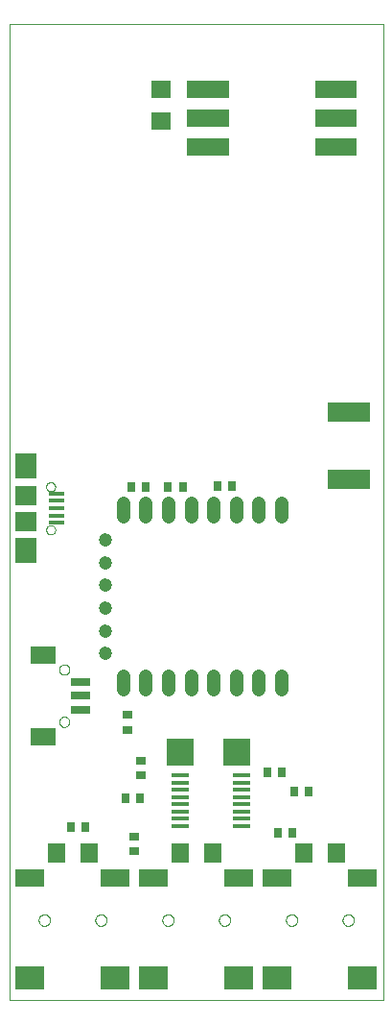
<source format=gtp>
G75*
%MOIN*%
%OFA0B0*%
%FSLAX25Y25*%
%IPPOS*%
%LPD*%
%AMOC8*
5,1,8,0,0,1.08239X$1,22.5*
%
%ADD10C,0.00000*%
%ADD11C,0.04700*%
%ADD12C,0.04700*%
%ADD13R,0.03543X0.02756*%
%ADD14R,0.07087X0.02756*%
%ADD15R,0.08661X0.06299*%
%ADD16R,0.14567X0.06693*%
%ADD17R,0.07480X0.09055*%
%ADD18R,0.05512X0.01575*%
%ADD19R,0.07480X0.07087*%
%ADD20R,0.09843X0.07874*%
%ADD21R,0.09843X0.05906*%
%ADD22R,0.06299X0.07098*%
%ADD23R,0.02756X0.03543*%
%ADD24R,0.05906X0.01772*%
%ADD25R,0.09449X0.09449*%
%ADD26R,0.07098X0.06299*%
D10*
X0006000Y0010849D02*
X0006000Y0349431D01*
X0135921Y0349431D01*
X0135921Y0010849D01*
X0006000Y0010849D01*
X0016188Y0038408D02*
X0016190Y0038496D01*
X0016196Y0038584D01*
X0016206Y0038672D01*
X0016220Y0038760D01*
X0016237Y0038846D01*
X0016259Y0038932D01*
X0016284Y0039016D01*
X0016314Y0039100D01*
X0016346Y0039182D01*
X0016383Y0039262D01*
X0016423Y0039341D01*
X0016467Y0039418D01*
X0016514Y0039493D01*
X0016564Y0039565D01*
X0016618Y0039636D01*
X0016674Y0039703D01*
X0016734Y0039769D01*
X0016796Y0039831D01*
X0016862Y0039891D01*
X0016929Y0039947D01*
X0017000Y0040001D01*
X0017072Y0040051D01*
X0017147Y0040098D01*
X0017224Y0040142D01*
X0017303Y0040182D01*
X0017383Y0040219D01*
X0017465Y0040251D01*
X0017549Y0040281D01*
X0017633Y0040306D01*
X0017719Y0040328D01*
X0017805Y0040345D01*
X0017893Y0040359D01*
X0017981Y0040369D01*
X0018069Y0040375D01*
X0018157Y0040377D01*
X0018245Y0040375D01*
X0018333Y0040369D01*
X0018421Y0040359D01*
X0018509Y0040345D01*
X0018595Y0040328D01*
X0018681Y0040306D01*
X0018765Y0040281D01*
X0018849Y0040251D01*
X0018931Y0040219D01*
X0019011Y0040182D01*
X0019090Y0040142D01*
X0019167Y0040098D01*
X0019242Y0040051D01*
X0019314Y0040001D01*
X0019385Y0039947D01*
X0019452Y0039891D01*
X0019518Y0039831D01*
X0019580Y0039769D01*
X0019640Y0039703D01*
X0019696Y0039636D01*
X0019750Y0039565D01*
X0019800Y0039493D01*
X0019847Y0039418D01*
X0019891Y0039341D01*
X0019931Y0039262D01*
X0019968Y0039182D01*
X0020000Y0039100D01*
X0020030Y0039016D01*
X0020055Y0038932D01*
X0020077Y0038846D01*
X0020094Y0038760D01*
X0020108Y0038672D01*
X0020118Y0038584D01*
X0020124Y0038496D01*
X0020126Y0038408D01*
X0020124Y0038320D01*
X0020118Y0038232D01*
X0020108Y0038144D01*
X0020094Y0038056D01*
X0020077Y0037970D01*
X0020055Y0037884D01*
X0020030Y0037800D01*
X0020000Y0037716D01*
X0019968Y0037634D01*
X0019931Y0037554D01*
X0019891Y0037475D01*
X0019847Y0037398D01*
X0019800Y0037323D01*
X0019750Y0037251D01*
X0019696Y0037180D01*
X0019640Y0037113D01*
X0019580Y0037047D01*
X0019518Y0036985D01*
X0019452Y0036925D01*
X0019385Y0036869D01*
X0019314Y0036815D01*
X0019242Y0036765D01*
X0019167Y0036718D01*
X0019090Y0036674D01*
X0019011Y0036634D01*
X0018931Y0036597D01*
X0018849Y0036565D01*
X0018765Y0036535D01*
X0018681Y0036510D01*
X0018595Y0036488D01*
X0018509Y0036471D01*
X0018421Y0036457D01*
X0018333Y0036447D01*
X0018245Y0036441D01*
X0018157Y0036439D01*
X0018069Y0036441D01*
X0017981Y0036447D01*
X0017893Y0036457D01*
X0017805Y0036471D01*
X0017719Y0036488D01*
X0017633Y0036510D01*
X0017549Y0036535D01*
X0017465Y0036565D01*
X0017383Y0036597D01*
X0017303Y0036634D01*
X0017224Y0036674D01*
X0017147Y0036718D01*
X0017072Y0036765D01*
X0017000Y0036815D01*
X0016929Y0036869D01*
X0016862Y0036925D01*
X0016796Y0036985D01*
X0016734Y0037047D01*
X0016674Y0037113D01*
X0016618Y0037180D01*
X0016564Y0037251D01*
X0016514Y0037323D01*
X0016467Y0037398D01*
X0016423Y0037475D01*
X0016383Y0037554D01*
X0016346Y0037634D01*
X0016314Y0037716D01*
X0016284Y0037800D01*
X0016259Y0037884D01*
X0016237Y0037970D01*
X0016220Y0038056D01*
X0016206Y0038144D01*
X0016196Y0038232D01*
X0016190Y0038320D01*
X0016188Y0038408D01*
X0035874Y0038408D02*
X0035876Y0038496D01*
X0035882Y0038584D01*
X0035892Y0038672D01*
X0035906Y0038760D01*
X0035923Y0038846D01*
X0035945Y0038932D01*
X0035970Y0039016D01*
X0036000Y0039100D01*
X0036032Y0039182D01*
X0036069Y0039262D01*
X0036109Y0039341D01*
X0036153Y0039418D01*
X0036200Y0039493D01*
X0036250Y0039565D01*
X0036304Y0039636D01*
X0036360Y0039703D01*
X0036420Y0039769D01*
X0036482Y0039831D01*
X0036548Y0039891D01*
X0036615Y0039947D01*
X0036686Y0040001D01*
X0036758Y0040051D01*
X0036833Y0040098D01*
X0036910Y0040142D01*
X0036989Y0040182D01*
X0037069Y0040219D01*
X0037151Y0040251D01*
X0037235Y0040281D01*
X0037319Y0040306D01*
X0037405Y0040328D01*
X0037491Y0040345D01*
X0037579Y0040359D01*
X0037667Y0040369D01*
X0037755Y0040375D01*
X0037843Y0040377D01*
X0037931Y0040375D01*
X0038019Y0040369D01*
X0038107Y0040359D01*
X0038195Y0040345D01*
X0038281Y0040328D01*
X0038367Y0040306D01*
X0038451Y0040281D01*
X0038535Y0040251D01*
X0038617Y0040219D01*
X0038697Y0040182D01*
X0038776Y0040142D01*
X0038853Y0040098D01*
X0038928Y0040051D01*
X0039000Y0040001D01*
X0039071Y0039947D01*
X0039138Y0039891D01*
X0039204Y0039831D01*
X0039266Y0039769D01*
X0039326Y0039703D01*
X0039382Y0039636D01*
X0039436Y0039565D01*
X0039486Y0039493D01*
X0039533Y0039418D01*
X0039577Y0039341D01*
X0039617Y0039262D01*
X0039654Y0039182D01*
X0039686Y0039100D01*
X0039716Y0039016D01*
X0039741Y0038932D01*
X0039763Y0038846D01*
X0039780Y0038760D01*
X0039794Y0038672D01*
X0039804Y0038584D01*
X0039810Y0038496D01*
X0039812Y0038408D01*
X0039810Y0038320D01*
X0039804Y0038232D01*
X0039794Y0038144D01*
X0039780Y0038056D01*
X0039763Y0037970D01*
X0039741Y0037884D01*
X0039716Y0037800D01*
X0039686Y0037716D01*
X0039654Y0037634D01*
X0039617Y0037554D01*
X0039577Y0037475D01*
X0039533Y0037398D01*
X0039486Y0037323D01*
X0039436Y0037251D01*
X0039382Y0037180D01*
X0039326Y0037113D01*
X0039266Y0037047D01*
X0039204Y0036985D01*
X0039138Y0036925D01*
X0039071Y0036869D01*
X0039000Y0036815D01*
X0038928Y0036765D01*
X0038853Y0036718D01*
X0038776Y0036674D01*
X0038697Y0036634D01*
X0038617Y0036597D01*
X0038535Y0036565D01*
X0038451Y0036535D01*
X0038367Y0036510D01*
X0038281Y0036488D01*
X0038195Y0036471D01*
X0038107Y0036457D01*
X0038019Y0036447D01*
X0037931Y0036441D01*
X0037843Y0036439D01*
X0037755Y0036441D01*
X0037667Y0036447D01*
X0037579Y0036457D01*
X0037491Y0036471D01*
X0037405Y0036488D01*
X0037319Y0036510D01*
X0037235Y0036535D01*
X0037151Y0036565D01*
X0037069Y0036597D01*
X0036989Y0036634D01*
X0036910Y0036674D01*
X0036833Y0036718D01*
X0036758Y0036765D01*
X0036686Y0036815D01*
X0036615Y0036869D01*
X0036548Y0036925D01*
X0036482Y0036985D01*
X0036420Y0037047D01*
X0036360Y0037113D01*
X0036304Y0037180D01*
X0036250Y0037251D01*
X0036200Y0037323D01*
X0036153Y0037398D01*
X0036109Y0037475D01*
X0036069Y0037554D01*
X0036032Y0037634D01*
X0036000Y0037716D01*
X0035970Y0037800D01*
X0035945Y0037884D01*
X0035923Y0037970D01*
X0035906Y0038056D01*
X0035892Y0038144D01*
X0035882Y0038232D01*
X0035876Y0038320D01*
X0035874Y0038408D01*
X0059188Y0038408D02*
X0059190Y0038496D01*
X0059196Y0038584D01*
X0059206Y0038672D01*
X0059220Y0038760D01*
X0059237Y0038846D01*
X0059259Y0038932D01*
X0059284Y0039016D01*
X0059314Y0039100D01*
X0059346Y0039182D01*
X0059383Y0039262D01*
X0059423Y0039341D01*
X0059467Y0039418D01*
X0059514Y0039493D01*
X0059564Y0039565D01*
X0059618Y0039636D01*
X0059674Y0039703D01*
X0059734Y0039769D01*
X0059796Y0039831D01*
X0059862Y0039891D01*
X0059929Y0039947D01*
X0060000Y0040001D01*
X0060072Y0040051D01*
X0060147Y0040098D01*
X0060224Y0040142D01*
X0060303Y0040182D01*
X0060383Y0040219D01*
X0060465Y0040251D01*
X0060549Y0040281D01*
X0060633Y0040306D01*
X0060719Y0040328D01*
X0060805Y0040345D01*
X0060893Y0040359D01*
X0060981Y0040369D01*
X0061069Y0040375D01*
X0061157Y0040377D01*
X0061245Y0040375D01*
X0061333Y0040369D01*
X0061421Y0040359D01*
X0061509Y0040345D01*
X0061595Y0040328D01*
X0061681Y0040306D01*
X0061765Y0040281D01*
X0061849Y0040251D01*
X0061931Y0040219D01*
X0062011Y0040182D01*
X0062090Y0040142D01*
X0062167Y0040098D01*
X0062242Y0040051D01*
X0062314Y0040001D01*
X0062385Y0039947D01*
X0062452Y0039891D01*
X0062518Y0039831D01*
X0062580Y0039769D01*
X0062640Y0039703D01*
X0062696Y0039636D01*
X0062750Y0039565D01*
X0062800Y0039493D01*
X0062847Y0039418D01*
X0062891Y0039341D01*
X0062931Y0039262D01*
X0062968Y0039182D01*
X0063000Y0039100D01*
X0063030Y0039016D01*
X0063055Y0038932D01*
X0063077Y0038846D01*
X0063094Y0038760D01*
X0063108Y0038672D01*
X0063118Y0038584D01*
X0063124Y0038496D01*
X0063126Y0038408D01*
X0063124Y0038320D01*
X0063118Y0038232D01*
X0063108Y0038144D01*
X0063094Y0038056D01*
X0063077Y0037970D01*
X0063055Y0037884D01*
X0063030Y0037800D01*
X0063000Y0037716D01*
X0062968Y0037634D01*
X0062931Y0037554D01*
X0062891Y0037475D01*
X0062847Y0037398D01*
X0062800Y0037323D01*
X0062750Y0037251D01*
X0062696Y0037180D01*
X0062640Y0037113D01*
X0062580Y0037047D01*
X0062518Y0036985D01*
X0062452Y0036925D01*
X0062385Y0036869D01*
X0062314Y0036815D01*
X0062242Y0036765D01*
X0062167Y0036718D01*
X0062090Y0036674D01*
X0062011Y0036634D01*
X0061931Y0036597D01*
X0061849Y0036565D01*
X0061765Y0036535D01*
X0061681Y0036510D01*
X0061595Y0036488D01*
X0061509Y0036471D01*
X0061421Y0036457D01*
X0061333Y0036447D01*
X0061245Y0036441D01*
X0061157Y0036439D01*
X0061069Y0036441D01*
X0060981Y0036447D01*
X0060893Y0036457D01*
X0060805Y0036471D01*
X0060719Y0036488D01*
X0060633Y0036510D01*
X0060549Y0036535D01*
X0060465Y0036565D01*
X0060383Y0036597D01*
X0060303Y0036634D01*
X0060224Y0036674D01*
X0060147Y0036718D01*
X0060072Y0036765D01*
X0060000Y0036815D01*
X0059929Y0036869D01*
X0059862Y0036925D01*
X0059796Y0036985D01*
X0059734Y0037047D01*
X0059674Y0037113D01*
X0059618Y0037180D01*
X0059564Y0037251D01*
X0059514Y0037323D01*
X0059467Y0037398D01*
X0059423Y0037475D01*
X0059383Y0037554D01*
X0059346Y0037634D01*
X0059314Y0037716D01*
X0059284Y0037800D01*
X0059259Y0037884D01*
X0059237Y0037970D01*
X0059220Y0038056D01*
X0059206Y0038144D01*
X0059196Y0038232D01*
X0059190Y0038320D01*
X0059188Y0038408D01*
X0078874Y0038408D02*
X0078876Y0038496D01*
X0078882Y0038584D01*
X0078892Y0038672D01*
X0078906Y0038760D01*
X0078923Y0038846D01*
X0078945Y0038932D01*
X0078970Y0039016D01*
X0079000Y0039100D01*
X0079032Y0039182D01*
X0079069Y0039262D01*
X0079109Y0039341D01*
X0079153Y0039418D01*
X0079200Y0039493D01*
X0079250Y0039565D01*
X0079304Y0039636D01*
X0079360Y0039703D01*
X0079420Y0039769D01*
X0079482Y0039831D01*
X0079548Y0039891D01*
X0079615Y0039947D01*
X0079686Y0040001D01*
X0079758Y0040051D01*
X0079833Y0040098D01*
X0079910Y0040142D01*
X0079989Y0040182D01*
X0080069Y0040219D01*
X0080151Y0040251D01*
X0080235Y0040281D01*
X0080319Y0040306D01*
X0080405Y0040328D01*
X0080491Y0040345D01*
X0080579Y0040359D01*
X0080667Y0040369D01*
X0080755Y0040375D01*
X0080843Y0040377D01*
X0080931Y0040375D01*
X0081019Y0040369D01*
X0081107Y0040359D01*
X0081195Y0040345D01*
X0081281Y0040328D01*
X0081367Y0040306D01*
X0081451Y0040281D01*
X0081535Y0040251D01*
X0081617Y0040219D01*
X0081697Y0040182D01*
X0081776Y0040142D01*
X0081853Y0040098D01*
X0081928Y0040051D01*
X0082000Y0040001D01*
X0082071Y0039947D01*
X0082138Y0039891D01*
X0082204Y0039831D01*
X0082266Y0039769D01*
X0082326Y0039703D01*
X0082382Y0039636D01*
X0082436Y0039565D01*
X0082486Y0039493D01*
X0082533Y0039418D01*
X0082577Y0039341D01*
X0082617Y0039262D01*
X0082654Y0039182D01*
X0082686Y0039100D01*
X0082716Y0039016D01*
X0082741Y0038932D01*
X0082763Y0038846D01*
X0082780Y0038760D01*
X0082794Y0038672D01*
X0082804Y0038584D01*
X0082810Y0038496D01*
X0082812Y0038408D01*
X0082810Y0038320D01*
X0082804Y0038232D01*
X0082794Y0038144D01*
X0082780Y0038056D01*
X0082763Y0037970D01*
X0082741Y0037884D01*
X0082716Y0037800D01*
X0082686Y0037716D01*
X0082654Y0037634D01*
X0082617Y0037554D01*
X0082577Y0037475D01*
X0082533Y0037398D01*
X0082486Y0037323D01*
X0082436Y0037251D01*
X0082382Y0037180D01*
X0082326Y0037113D01*
X0082266Y0037047D01*
X0082204Y0036985D01*
X0082138Y0036925D01*
X0082071Y0036869D01*
X0082000Y0036815D01*
X0081928Y0036765D01*
X0081853Y0036718D01*
X0081776Y0036674D01*
X0081697Y0036634D01*
X0081617Y0036597D01*
X0081535Y0036565D01*
X0081451Y0036535D01*
X0081367Y0036510D01*
X0081281Y0036488D01*
X0081195Y0036471D01*
X0081107Y0036457D01*
X0081019Y0036447D01*
X0080931Y0036441D01*
X0080843Y0036439D01*
X0080755Y0036441D01*
X0080667Y0036447D01*
X0080579Y0036457D01*
X0080491Y0036471D01*
X0080405Y0036488D01*
X0080319Y0036510D01*
X0080235Y0036535D01*
X0080151Y0036565D01*
X0080069Y0036597D01*
X0079989Y0036634D01*
X0079910Y0036674D01*
X0079833Y0036718D01*
X0079758Y0036765D01*
X0079686Y0036815D01*
X0079615Y0036869D01*
X0079548Y0036925D01*
X0079482Y0036985D01*
X0079420Y0037047D01*
X0079360Y0037113D01*
X0079304Y0037180D01*
X0079250Y0037251D01*
X0079200Y0037323D01*
X0079153Y0037398D01*
X0079109Y0037475D01*
X0079069Y0037554D01*
X0079032Y0037634D01*
X0079000Y0037716D01*
X0078970Y0037800D01*
X0078945Y0037884D01*
X0078923Y0037970D01*
X0078906Y0038056D01*
X0078892Y0038144D01*
X0078882Y0038232D01*
X0078876Y0038320D01*
X0078874Y0038408D01*
X0102188Y0038408D02*
X0102190Y0038496D01*
X0102196Y0038584D01*
X0102206Y0038672D01*
X0102220Y0038760D01*
X0102237Y0038846D01*
X0102259Y0038932D01*
X0102284Y0039016D01*
X0102314Y0039100D01*
X0102346Y0039182D01*
X0102383Y0039262D01*
X0102423Y0039341D01*
X0102467Y0039418D01*
X0102514Y0039493D01*
X0102564Y0039565D01*
X0102618Y0039636D01*
X0102674Y0039703D01*
X0102734Y0039769D01*
X0102796Y0039831D01*
X0102862Y0039891D01*
X0102929Y0039947D01*
X0103000Y0040001D01*
X0103072Y0040051D01*
X0103147Y0040098D01*
X0103224Y0040142D01*
X0103303Y0040182D01*
X0103383Y0040219D01*
X0103465Y0040251D01*
X0103549Y0040281D01*
X0103633Y0040306D01*
X0103719Y0040328D01*
X0103805Y0040345D01*
X0103893Y0040359D01*
X0103981Y0040369D01*
X0104069Y0040375D01*
X0104157Y0040377D01*
X0104245Y0040375D01*
X0104333Y0040369D01*
X0104421Y0040359D01*
X0104509Y0040345D01*
X0104595Y0040328D01*
X0104681Y0040306D01*
X0104765Y0040281D01*
X0104849Y0040251D01*
X0104931Y0040219D01*
X0105011Y0040182D01*
X0105090Y0040142D01*
X0105167Y0040098D01*
X0105242Y0040051D01*
X0105314Y0040001D01*
X0105385Y0039947D01*
X0105452Y0039891D01*
X0105518Y0039831D01*
X0105580Y0039769D01*
X0105640Y0039703D01*
X0105696Y0039636D01*
X0105750Y0039565D01*
X0105800Y0039493D01*
X0105847Y0039418D01*
X0105891Y0039341D01*
X0105931Y0039262D01*
X0105968Y0039182D01*
X0106000Y0039100D01*
X0106030Y0039016D01*
X0106055Y0038932D01*
X0106077Y0038846D01*
X0106094Y0038760D01*
X0106108Y0038672D01*
X0106118Y0038584D01*
X0106124Y0038496D01*
X0106126Y0038408D01*
X0106124Y0038320D01*
X0106118Y0038232D01*
X0106108Y0038144D01*
X0106094Y0038056D01*
X0106077Y0037970D01*
X0106055Y0037884D01*
X0106030Y0037800D01*
X0106000Y0037716D01*
X0105968Y0037634D01*
X0105931Y0037554D01*
X0105891Y0037475D01*
X0105847Y0037398D01*
X0105800Y0037323D01*
X0105750Y0037251D01*
X0105696Y0037180D01*
X0105640Y0037113D01*
X0105580Y0037047D01*
X0105518Y0036985D01*
X0105452Y0036925D01*
X0105385Y0036869D01*
X0105314Y0036815D01*
X0105242Y0036765D01*
X0105167Y0036718D01*
X0105090Y0036674D01*
X0105011Y0036634D01*
X0104931Y0036597D01*
X0104849Y0036565D01*
X0104765Y0036535D01*
X0104681Y0036510D01*
X0104595Y0036488D01*
X0104509Y0036471D01*
X0104421Y0036457D01*
X0104333Y0036447D01*
X0104245Y0036441D01*
X0104157Y0036439D01*
X0104069Y0036441D01*
X0103981Y0036447D01*
X0103893Y0036457D01*
X0103805Y0036471D01*
X0103719Y0036488D01*
X0103633Y0036510D01*
X0103549Y0036535D01*
X0103465Y0036565D01*
X0103383Y0036597D01*
X0103303Y0036634D01*
X0103224Y0036674D01*
X0103147Y0036718D01*
X0103072Y0036765D01*
X0103000Y0036815D01*
X0102929Y0036869D01*
X0102862Y0036925D01*
X0102796Y0036985D01*
X0102734Y0037047D01*
X0102674Y0037113D01*
X0102618Y0037180D01*
X0102564Y0037251D01*
X0102514Y0037323D01*
X0102467Y0037398D01*
X0102423Y0037475D01*
X0102383Y0037554D01*
X0102346Y0037634D01*
X0102314Y0037716D01*
X0102284Y0037800D01*
X0102259Y0037884D01*
X0102237Y0037970D01*
X0102220Y0038056D01*
X0102206Y0038144D01*
X0102196Y0038232D01*
X0102190Y0038320D01*
X0102188Y0038408D01*
X0121874Y0038408D02*
X0121876Y0038496D01*
X0121882Y0038584D01*
X0121892Y0038672D01*
X0121906Y0038760D01*
X0121923Y0038846D01*
X0121945Y0038932D01*
X0121970Y0039016D01*
X0122000Y0039100D01*
X0122032Y0039182D01*
X0122069Y0039262D01*
X0122109Y0039341D01*
X0122153Y0039418D01*
X0122200Y0039493D01*
X0122250Y0039565D01*
X0122304Y0039636D01*
X0122360Y0039703D01*
X0122420Y0039769D01*
X0122482Y0039831D01*
X0122548Y0039891D01*
X0122615Y0039947D01*
X0122686Y0040001D01*
X0122758Y0040051D01*
X0122833Y0040098D01*
X0122910Y0040142D01*
X0122989Y0040182D01*
X0123069Y0040219D01*
X0123151Y0040251D01*
X0123235Y0040281D01*
X0123319Y0040306D01*
X0123405Y0040328D01*
X0123491Y0040345D01*
X0123579Y0040359D01*
X0123667Y0040369D01*
X0123755Y0040375D01*
X0123843Y0040377D01*
X0123931Y0040375D01*
X0124019Y0040369D01*
X0124107Y0040359D01*
X0124195Y0040345D01*
X0124281Y0040328D01*
X0124367Y0040306D01*
X0124451Y0040281D01*
X0124535Y0040251D01*
X0124617Y0040219D01*
X0124697Y0040182D01*
X0124776Y0040142D01*
X0124853Y0040098D01*
X0124928Y0040051D01*
X0125000Y0040001D01*
X0125071Y0039947D01*
X0125138Y0039891D01*
X0125204Y0039831D01*
X0125266Y0039769D01*
X0125326Y0039703D01*
X0125382Y0039636D01*
X0125436Y0039565D01*
X0125486Y0039493D01*
X0125533Y0039418D01*
X0125577Y0039341D01*
X0125617Y0039262D01*
X0125654Y0039182D01*
X0125686Y0039100D01*
X0125716Y0039016D01*
X0125741Y0038932D01*
X0125763Y0038846D01*
X0125780Y0038760D01*
X0125794Y0038672D01*
X0125804Y0038584D01*
X0125810Y0038496D01*
X0125812Y0038408D01*
X0125810Y0038320D01*
X0125804Y0038232D01*
X0125794Y0038144D01*
X0125780Y0038056D01*
X0125763Y0037970D01*
X0125741Y0037884D01*
X0125716Y0037800D01*
X0125686Y0037716D01*
X0125654Y0037634D01*
X0125617Y0037554D01*
X0125577Y0037475D01*
X0125533Y0037398D01*
X0125486Y0037323D01*
X0125436Y0037251D01*
X0125382Y0037180D01*
X0125326Y0037113D01*
X0125266Y0037047D01*
X0125204Y0036985D01*
X0125138Y0036925D01*
X0125071Y0036869D01*
X0125000Y0036815D01*
X0124928Y0036765D01*
X0124853Y0036718D01*
X0124776Y0036674D01*
X0124697Y0036634D01*
X0124617Y0036597D01*
X0124535Y0036565D01*
X0124451Y0036535D01*
X0124367Y0036510D01*
X0124281Y0036488D01*
X0124195Y0036471D01*
X0124107Y0036457D01*
X0124019Y0036447D01*
X0123931Y0036441D01*
X0123843Y0036439D01*
X0123755Y0036441D01*
X0123667Y0036447D01*
X0123579Y0036457D01*
X0123491Y0036471D01*
X0123405Y0036488D01*
X0123319Y0036510D01*
X0123235Y0036535D01*
X0123151Y0036565D01*
X0123069Y0036597D01*
X0122989Y0036634D01*
X0122910Y0036674D01*
X0122833Y0036718D01*
X0122758Y0036765D01*
X0122686Y0036815D01*
X0122615Y0036869D01*
X0122548Y0036925D01*
X0122482Y0036985D01*
X0122420Y0037047D01*
X0122360Y0037113D01*
X0122304Y0037180D01*
X0122250Y0037251D01*
X0122200Y0037323D01*
X0122153Y0037398D01*
X0122109Y0037475D01*
X0122069Y0037554D01*
X0122032Y0037634D01*
X0122000Y0037716D01*
X0121970Y0037800D01*
X0121945Y0037884D01*
X0121923Y0037970D01*
X0121906Y0038056D01*
X0121892Y0038144D01*
X0121882Y0038232D01*
X0121876Y0038320D01*
X0121874Y0038408D01*
X0023322Y0107235D02*
X0023324Y0107319D01*
X0023330Y0107402D01*
X0023340Y0107485D01*
X0023354Y0107568D01*
X0023371Y0107650D01*
X0023393Y0107731D01*
X0023418Y0107810D01*
X0023447Y0107889D01*
X0023480Y0107966D01*
X0023516Y0108041D01*
X0023556Y0108115D01*
X0023599Y0108187D01*
X0023646Y0108256D01*
X0023696Y0108323D01*
X0023749Y0108388D01*
X0023805Y0108450D01*
X0023863Y0108510D01*
X0023925Y0108567D01*
X0023989Y0108620D01*
X0024056Y0108671D01*
X0024125Y0108718D01*
X0024196Y0108763D01*
X0024269Y0108803D01*
X0024344Y0108840D01*
X0024421Y0108874D01*
X0024499Y0108904D01*
X0024578Y0108930D01*
X0024659Y0108953D01*
X0024741Y0108971D01*
X0024823Y0108986D01*
X0024906Y0108997D01*
X0024989Y0109004D01*
X0025073Y0109007D01*
X0025157Y0109006D01*
X0025240Y0109001D01*
X0025324Y0108992D01*
X0025406Y0108979D01*
X0025488Y0108963D01*
X0025569Y0108942D01*
X0025650Y0108918D01*
X0025728Y0108890D01*
X0025806Y0108858D01*
X0025882Y0108822D01*
X0025956Y0108783D01*
X0026028Y0108741D01*
X0026098Y0108695D01*
X0026166Y0108646D01*
X0026231Y0108594D01*
X0026294Y0108539D01*
X0026354Y0108481D01*
X0026412Y0108420D01*
X0026466Y0108356D01*
X0026518Y0108290D01*
X0026566Y0108222D01*
X0026611Y0108151D01*
X0026652Y0108078D01*
X0026691Y0108004D01*
X0026725Y0107928D01*
X0026756Y0107850D01*
X0026783Y0107771D01*
X0026807Y0107690D01*
X0026826Y0107609D01*
X0026842Y0107527D01*
X0026854Y0107444D01*
X0026862Y0107360D01*
X0026866Y0107277D01*
X0026866Y0107193D01*
X0026862Y0107110D01*
X0026854Y0107026D01*
X0026842Y0106943D01*
X0026826Y0106861D01*
X0026807Y0106780D01*
X0026783Y0106699D01*
X0026756Y0106620D01*
X0026725Y0106542D01*
X0026691Y0106466D01*
X0026652Y0106392D01*
X0026611Y0106319D01*
X0026566Y0106248D01*
X0026518Y0106180D01*
X0026466Y0106114D01*
X0026412Y0106050D01*
X0026354Y0105989D01*
X0026294Y0105931D01*
X0026231Y0105876D01*
X0026166Y0105824D01*
X0026098Y0105775D01*
X0026028Y0105729D01*
X0025956Y0105687D01*
X0025882Y0105648D01*
X0025806Y0105612D01*
X0025728Y0105580D01*
X0025650Y0105552D01*
X0025569Y0105528D01*
X0025488Y0105507D01*
X0025406Y0105491D01*
X0025324Y0105478D01*
X0025240Y0105469D01*
X0025157Y0105464D01*
X0025073Y0105463D01*
X0024989Y0105466D01*
X0024906Y0105473D01*
X0024823Y0105484D01*
X0024741Y0105499D01*
X0024659Y0105517D01*
X0024578Y0105540D01*
X0024499Y0105566D01*
X0024421Y0105596D01*
X0024344Y0105630D01*
X0024269Y0105667D01*
X0024196Y0105707D01*
X0024125Y0105752D01*
X0024056Y0105799D01*
X0023989Y0105850D01*
X0023925Y0105903D01*
X0023863Y0105960D01*
X0023805Y0106020D01*
X0023749Y0106082D01*
X0023696Y0106147D01*
X0023646Y0106214D01*
X0023599Y0106283D01*
X0023556Y0106355D01*
X0023516Y0106429D01*
X0023480Y0106504D01*
X0023447Y0106581D01*
X0023418Y0106660D01*
X0023393Y0106739D01*
X0023371Y0106820D01*
X0023354Y0106902D01*
X0023340Y0106985D01*
X0023330Y0107068D01*
X0023324Y0107151D01*
X0023322Y0107235D01*
X0023322Y0125345D02*
X0023324Y0125429D01*
X0023330Y0125512D01*
X0023340Y0125595D01*
X0023354Y0125678D01*
X0023371Y0125760D01*
X0023393Y0125841D01*
X0023418Y0125920D01*
X0023447Y0125999D01*
X0023480Y0126076D01*
X0023516Y0126151D01*
X0023556Y0126225D01*
X0023599Y0126297D01*
X0023646Y0126366D01*
X0023696Y0126433D01*
X0023749Y0126498D01*
X0023805Y0126560D01*
X0023863Y0126620D01*
X0023925Y0126677D01*
X0023989Y0126730D01*
X0024056Y0126781D01*
X0024125Y0126828D01*
X0024196Y0126873D01*
X0024269Y0126913D01*
X0024344Y0126950D01*
X0024421Y0126984D01*
X0024499Y0127014D01*
X0024578Y0127040D01*
X0024659Y0127063D01*
X0024741Y0127081D01*
X0024823Y0127096D01*
X0024906Y0127107D01*
X0024989Y0127114D01*
X0025073Y0127117D01*
X0025157Y0127116D01*
X0025240Y0127111D01*
X0025324Y0127102D01*
X0025406Y0127089D01*
X0025488Y0127073D01*
X0025569Y0127052D01*
X0025650Y0127028D01*
X0025728Y0127000D01*
X0025806Y0126968D01*
X0025882Y0126932D01*
X0025956Y0126893D01*
X0026028Y0126851D01*
X0026098Y0126805D01*
X0026166Y0126756D01*
X0026231Y0126704D01*
X0026294Y0126649D01*
X0026354Y0126591D01*
X0026412Y0126530D01*
X0026466Y0126466D01*
X0026518Y0126400D01*
X0026566Y0126332D01*
X0026611Y0126261D01*
X0026652Y0126188D01*
X0026691Y0126114D01*
X0026725Y0126038D01*
X0026756Y0125960D01*
X0026783Y0125881D01*
X0026807Y0125800D01*
X0026826Y0125719D01*
X0026842Y0125637D01*
X0026854Y0125554D01*
X0026862Y0125470D01*
X0026866Y0125387D01*
X0026866Y0125303D01*
X0026862Y0125220D01*
X0026854Y0125136D01*
X0026842Y0125053D01*
X0026826Y0124971D01*
X0026807Y0124890D01*
X0026783Y0124809D01*
X0026756Y0124730D01*
X0026725Y0124652D01*
X0026691Y0124576D01*
X0026652Y0124502D01*
X0026611Y0124429D01*
X0026566Y0124358D01*
X0026518Y0124290D01*
X0026466Y0124224D01*
X0026412Y0124160D01*
X0026354Y0124099D01*
X0026294Y0124041D01*
X0026231Y0123986D01*
X0026166Y0123934D01*
X0026098Y0123885D01*
X0026028Y0123839D01*
X0025956Y0123797D01*
X0025882Y0123758D01*
X0025806Y0123722D01*
X0025728Y0123690D01*
X0025650Y0123662D01*
X0025569Y0123638D01*
X0025488Y0123617D01*
X0025406Y0123601D01*
X0025324Y0123588D01*
X0025240Y0123579D01*
X0025157Y0123574D01*
X0025073Y0123573D01*
X0024989Y0123576D01*
X0024906Y0123583D01*
X0024823Y0123594D01*
X0024741Y0123609D01*
X0024659Y0123627D01*
X0024578Y0123650D01*
X0024499Y0123676D01*
X0024421Y0123706D01*
X0024344Y0123740D01*
X0024269Y0123777D01*
X0024196Y0123817D01*
X0024125Y0123862D01*
X0024056Y0123909D01*
X0023989Y0123960D01*
X0023925Y0124013D01*
X0023863Y0124070D01*
X0023805Y0124130D01*
X0023749Y0124192D01*
X0023696Y0124257D01*
X0023646Y0124324D01*
X0023599Y0124393D01*
X0023556Y0124465D01*
X0023516Y0124539D01*
X0023480Y0124614D01*
X0023447Y0124691D01*
X0023418Y0124770D01*
X0023393Y0124849D01*
X0023371Y0124930D01*
X0023354Y0125012D01*
X0023340Y0125095D01*
X0023330Y0125178D01*
X0023324Y0125261D01*
X0023322Y0125345D01*
X0018798Y0173869D02*
X0018800Y0173948D01*
X0018806Y0174027D01*
X0018816Y0174106D01*
X0018830Y0174184D01*
X0018847Y0174261D01*
X0018869Y0174337D01*
X0018894Y0174412D01*
X0018924Y0174485D01*
X0018956Y0174557D01*
X0018993Y0174628D01*
X0019033Y0174696D01*
X0019076Y0174762D01*
X0019122Y0174826D01*
X0019172Y0174888D01*
X0019225Y0174947D01*
X0019280Y0175003D01*
X0019339Y0175057D01*
X0019400Y0175107D01*
X0019463Y0175155D01*
X0019529Y0175199D01*
X0019597Y0175240D01*
X0019667Y0175277D01*
X0019738Y0175311D01*
X0019812Y0175341D01*
X0019886Y0175367D01*
X0019962Y0175389D01*
X0020039Y0175408D01*
X0020117Y0175423D01*
X0020195Y0175434D01*
X0020274Y0175441D01*
X0020353Y0175444D01*
X0020432Y0175443D01*
X0020511Y0175438D01*
X0020590Y0175429D01*
X0020668Y0175416D01*
X0020745Y0175399D01*
X0020822Y0175379D01*
X0020897Y0175354D01*
X0020971Y0175326D01*
X0021044Y0175294D01*
X0021114Y0175259D01*
X0021183Y0175220D01*
X0021250Y0175177D01*
X0021315Y0175131D01*
X0021377Y0175083D01*
X0021437Y0175031D01*
X0021494Y0174976D01*
X0021548Y0174918D01*
X0021599Y0174858D01*
X0021647Y0174795D01*
X0021692Y0174730D01*
X0021734Y0174662D01*
X0021772Y0174593D01*
X0021806Y0174522D01*
X0021837Y0174449D01*
X0021865Y0174374D01*
X0021888Y0174299D01*
X0021908Y0174222D01*
X0021924Y0174145D01*
X0021936Y0174066D01*
X0021944Y0173988D01*
X0021948Y0173909D01*
X0021948Y0173829D01*
X0021944Y0173750D01*
X0021936Y0173672D01*
X0021924Y0173593D01*
X0021908Y0173516D01*
X0021888Y0173439D01*
X0021865Y0173364D01*
X0021837Y0173289D01*
X0021806Y0173216D01*
X0021772Y0173145D01*
X0021734Y0173076D01*
X0021692Y0173008D01*
X0021647Y0172943D01*
X0021599Y0172880D01*
X0021548Y0172820D01*
X0021494Y0172762D01*
X0021437Y0172707D01*
X0021377Y0172655D01*
X0021315Y0172607D01*
X0021250Y0172561D01*
X0021183Y0172518D01*
X0021114Y0172479D01*
X0021044Y0172444D01*
X0020971Y0172412D01*
X0020897Y0172384D01*
X0020822Y0172359D01*
X0020745Y0172339D01*
X0020668Y0172322D01*
X0020590Y0172309D01*
X0020511Y0172300D01*
X0020432Y0172295D01*
X0020353Y0172294D01*
X0020274Y0172297D01*
X0020195Y0172304D01*
X0020117Y0172315D01*
X0020039Y0172330D01*
X0019962Y0172349D01*
X0019886Y0172371D01*
X0019812Y0172397D01*
X0019738Y0172427D01*
X0019667Y0172461D01*
X0019597Y0172498D01*
X0019529Y0172539D01*
X0019463Y0172583D01*
X0019400Y0172631D01*
X0019339Y0172681D01*
X0019280Y0172735D01*
X0019225Y0172791D01*
X0019172Y0172850D01*
X0019122Y0172912D01*
X0019076Y0172976D01*
X0019033Y0173042D01*
X0018993Y0173110D01*
X0018956Y0173181D01*
X0018924Y0173253D01*
X0018894Y0173326D01*
X0018869Y0173401D01*
X0018847Y0173477D01*
X0018830Y0173554D01*
X0018816Y0173632D01*
X0018806Y0173711D01*
X0018800Y0173790D01*
X0018798Y0173869D01*
X0018798Y0188829D02*
X0018800Y0188908D01*
X0018806Y0188987D01*
X0018816Y0189066D01*
X0018830Y0189144D01*
X0018847Y0189221D01*
X0018869Y0189297D01*
X0018894Y0189372D01*
X0018924Y0189445D01*
X0018956Y0189517D01*
X0018993Y0189588D01*
X0019033Y0189656D01*
X0019076Y0189722D01*
X0019122Y0189786D01*
X0019172Y0189848D01*
X0019225Y0189907D01*
X0019280Y0189963D01*
X0019339Y0190017D01*
X0019400Y0190067D01*
X0019463Y0190115D01*
X0019529Y0190159D01*
X0019597Y0190200D01*
X0019667Y0190237D01*
X0019738Y0190271D01*
X0019812Y0190301D01*
X0019886Y0190327D01*
X0019962Y0190349D01*
X0020039Y0190368D01*
X0020117Y0190383D01*
X0020195Y0190394D01*
X0020274Y0190401D01*
X0020353Y0190404D01*
X0020432Y0190403D01*
X0020511Y0190398D01*
X0020590Y0190389D01*
X0020668Y0190376D01*
X0020745Y0190359D01*
X0020822Y0190339D01*
X0020897Y0190314D01*
X0020971Y0190286D01*
X0021044Y0190254D01*
X0021114Y0190219D01*
X0021183Y0190180D01*
X0021250Y0190137D01*
X0021315Y0190091D01*
X0021377Y0190043D01*
X0021437Y0189991D01*
X0021494Y0189936D01*
X0021548Y0189878D01*
X0021599Y0189818D01*
X0021647Y0189755D01*
X0021692Y0189690D01*
X0021734Y0189622D01*
X0021772Y0189553D01*
X0021806Y0189482D01*
X0021837Y0189409D01*
X0021865Y0189334D01*
X0021888Y0189259D01*
X0021908Y0189182D01*
X0021924Y0189105D01*
X0021936Y0189026D01*
X0021944Y0188948D01*
X0021948Y0188869D01*
X0021948Y0188789D01*
X0021944Y0188710D01*
X0021936Y0188632D01*
X0021924Y0188553D01*
X0021908Y0188476D01*
X0021888Y0188399D01*
X0021865Y0188324D01*
X0021837Y0188249D01*
X0021806Y0188176D01*
X0021772Y0188105D01*
X0021734Y0188036D01*
X0021692Y0187968D01*
X0021647Y0187903D01*
X0021599Y0187840D01*
X0021548Y0187780D01*
X0021494Y0187722D01*
X0021437Y0187667D01*
X0021377Y0187615D01*
X0021315Y0187567D01*
X0021250Y0187521D01*
X0021183Y0187478D01*
X0021114Y0187439D01*
X0021044Y0187404D01*
X0020971Y0187372D01*
X0020897Y0187344D01*
X0020822Y0187319D01*
X0020745Y0187299D01*
X0020668Y0187282D01*
X0020590Y0187269D01*
X0020511Y0187260D01*
X0020432Y0187255D01*
X0020353Y0187254D01*
X0020274Y0187257D01*
X0020195Y0187264D01*
X0020117Y0187275D01*
X0020039Y0187290D01*
X0019962Y0187309D01*
X0019886Y0187331D01*
X0019812Y0187357D01*
X0019738Y0187387D01*
X0019667Y0187421D01*
X0019597Y0187458D01*
X0019529Y0187499D01*
X0019463Y0187543D01*
X0019400Y0187591D01*
X0019339Y0187641D01*
X0019280Y0187695D01*
X0019225Y0187751D01*
X0019172Y0187810D01*
X0019122Y0187872D01*
X0019076Y0187936D01*
X0019033Y0188002D01*
X0018993Y0188070D01*
X0018956Y0188141D01*
X0018924Y0188213D01*
X0018894Y0188286D01*
X0018869Y0188361D01*
X0018847Y0188437D01*
X0018830Y0188514D01*
X0018816Y0188592D01*
X0018806Y0188671D01*
X0018800Y0188750D01*
X0018798Y0188829D01*
D11*
X0045628Y0183101D02*
X0045628Y0178301D01*
X0053502Y0178301D02*
X0053502Y0183101D01*
X0061376Y0183101D02*
X0061376Y0178301D01*
X0069250Y0178301D02*
X0069250Y0183101D01*
X0077124Y0183101D02*
X0077124Y0178301D01*
X0084998Y0178301D02*
X0084998Y0183101D01*
X0092872Y0183101D02*
X0092872Y0178301D01*
X0100746Y0178301D02*
X0100746Y0183101D01*
X0100746Y0123201D02*
X0100746Y0118401D01*
X0092872Y0118401D02*
X0092872Y0123201D01*
X0084998Y0123201D02*
X0084998Y0118401D01*
X0077124Y0118401D02*
X0077124Y0123201D01*
X0069250Y0123201D02*
X0069250Y0118401D01*
X0061376Y0118401D02*
X0061376Y0123201D01*
X0053502Y0123201D02*
X0053502Y0118401D01*
X0045628Y0118401D02*
X0045628Y0123201D01*
D12*
X0039346Y0131001D03*
X0039346Y0138875D03*
X0039346Y0146749D03*
X0039346Y0154623D03*
X0039346Y0162497D03*
X0039346Y0170371D03*
D13*
X0047168Y0109562D03*
X0047168Y0104444D03*
X0051900Y0093708D03*
X0051900Y0088590D03*
X0049400Y0067408D03*
X0049400Y0062290D03*
D14*
X0030606Y0111369D03*
X0030606Y0116290D03*
X0030606Y0121211D03*
D15*
X0017614Y0130463D03*
X0017614Y0102117D03*
D16*
X0123925Y0191514D03*
X0123925Y0214743D03*
D17*
X0011909Y0196113D03*
X0011909Y0166585D03*
D18*
X0022342Y0176231D03*
X0022342Y0178790D03*
X0022342Y0181349D03*
X0022342Y0183908D03*
X0022342Y0186467D03*
D19*
X0011909Y0185876D03*
X0011909Y0176821D03*
D20*
X0013236Y0018329D03*
X0042764Y0018329D03*
X0056236Y0018329D03*
X0085764Y0018329D03*
X0099236Y0018329D03*
X0128764Y0018329D03*
D21*
X0128764Y0053172D03*
X0099236Y0053172D03*
X0085764Y0053172D03*
X0056236Y0053172D03*
X0042764Y0053172D03*
X0013236Y0053172D03*
X0072694Y0306549D03*
X0077300Y0306549D03*
X0077300Y0316549D03*
X0072694Y0316549D03*
X0072694Y0326549D03*
X0077300Y0326549D03*
X0117300Y0326549D03*
X0121906Y0326549D03*
X0121906Y0316549D03*
X0117300Y0316549D03*
X0117300Y0306549D03*
X0121906Y0306549D03*
D22*
X0119598Y0061849D03*
X0108402Y0061849D03*
X0076598Y0061849D03*
X0065402Y0061849D03*
X0033598Y0061849D03*
X0022402Y0061849D03*
D23*
X0027441Y0070849D03*
X0032559Y0070849D03*
X0046441Y0080849D03*
X0051559Y0080849D03*
X0095741Y0089749D03*
X0100859Y0089749D03*
X0105041Y0083049D03*
X0110159Y0083049D03*
X0104559Y0068849D03*
X0099441Y0068849D03*
X0083559Y0188949D03*
X0078441Y0188949D03*
X0066359Y0188649D03*
X0061241Y0188649D03*
X0053459Y0188549D03*
X0048341Y0188549D03*
D24*
X0065409Y0088599D03*
X0065409Y0086099D03*
X0065409Y0083599D03*
X0065409Y0081099D03*
X0065409Y0078599D03*
X0065409Y0076099D03*
X0065409Y0073599D03*
X0065409Y0071099D03*
X0086591Y0071099D03*
X0086591Y0073599D03*
X0086591Y0076099D03*
X0086591Y0078599D03*
X0086591Y0081099D03*
X0086591Y0083599D03*
X0086591Y0086099D03*
X0086591Y0088599D03*
D25*
X0084957Y0096849D03*
X0065272Y0096849D03*
D26*
X0058900Y0315550D03*
X0058900Y0326747D03*
M02*

</source>
